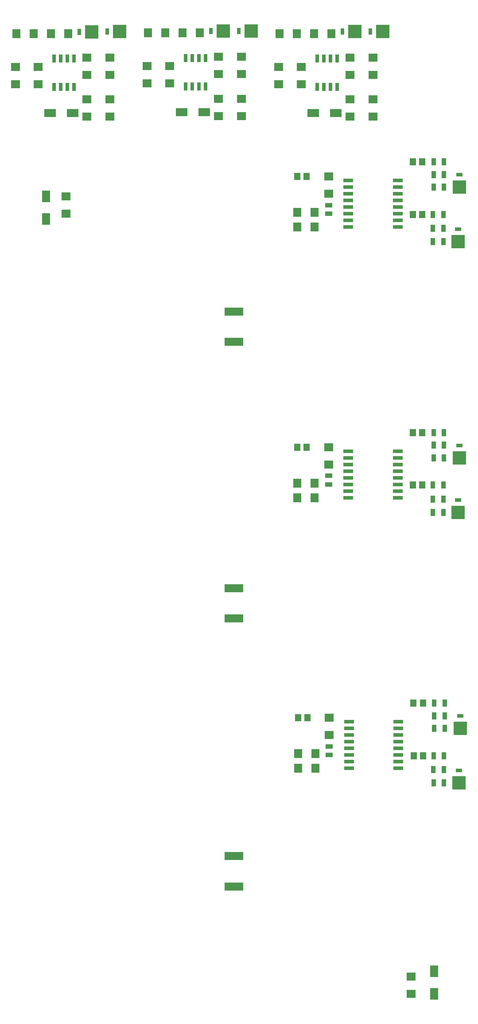
<source format=gbp>
G04*
G04 #@! TF.GenerationSoftware,Altium Limited,Altium Designer,24.4.1 (13)*
G04*
G04 Layer_Color=128*
%FSLAX25Y25*%
%MOIN*%
G70*
G04*
G04 #@! TF.SameCoordinates,4EE5E999-D737-4110-A4F5-E65D847AD794*
G04*
G04*
G04 #@! TF.FilePolarity,Positive*
G04*
G01*
G75*
%ADD16R,0.10433X0.10000*%
%ADD17R,0.03000X0.05000*%
%ADD18R,0.04528X0.05709*%
%ADD19R,0.06500X0.06000*%
%ADD20R,0.06000X0.06500*%
%ADD22R,0.08858X0.06496*%
%ADD24R,0.05787X0.03819*%
%ADD27R,0.02559X0.06004*%
%ADD112R,0.06496X0.08858*%
%ADD113R,0.03740X0.05709*%
%ADD114R,0.05000X0.03000*%
%ADD115R,0.10000X0.10433*%
%ADD116R,0.07677X0.02559*%
%ADD117R,0.13976X0.06102*%
D16*
X744254Y1361500D02*
D03*
X765116D02*
D03*
X567116D02*
D03*
X666116Y1362000D02*
D03*
X645254D02*
D03*
X546116Y1361240D02*
D03*
D17*
X734998Y1361500D02*
D03*
X755860D02*
D03*
X557860D02*
D03*
X656860Y1362000D02*
D03*
X635998D02*
D03*
X536860Y1361240D02*
D03*
D18*
X701000Y1252500D02*
D03*
X708087D02*
D03*
X795000Y1263500D02*
D03*
X787913D02*
D03*
X795043Y1224000D02*
D03*
X787957D02*
D03*
X795543Y817000D02*
D03*
X788457D02*
D03*
X701500Y845500D02*
D03*
X708587D02*
D03*
X795500Y856500D02*
D03*
X788413D02*
D03*
X795000Y1060000D02*
D03*
X787913D02*
D03*
X701000Y1049000D02*
D03*
X708087D02*
D03*
X795043Y1020500D02*
D03*
X787957D02*
D03*
D19*
X758100Y1297500D02*
D03*
Y1310500D02*
D03*
Y1329000D02*
D03*
Y1342000D02*
D03*
X740600Y1297500D02*
D03*
Y1310500D02*
D03*
X704100Y1322000D02*
D03*
Y1335000D02*
D03*
X687100Y1322000D02*
D03*
Y1335000D02*
D03*
X658900Y1342500D02*
D03*
Y1329500D02*
D03*
X641600D02*
D03*
Y1342500D02*
D03*
Y1298000D02*
D03*
Y1311000D02*
D03*
X659100Y1298000D02*
D03*
Y1311000D02*
D03*
X740600Y1329000D02*
D03*
Y1342000D02*
D03*
X588100Y1322500D02*
D03*
Y1335500D02*
D03*
X605100Y1322500D02*
D03*
Y1335500D02*
D03*
X542600Y1297500D02*
D03*
Y1310500D02*
D03*
X560100Y1297500D02*
D03*
Y1310500D02*
D03*
X506100Y1322000D02*
D03*
Y1335000D02*
D03*
X560100Y1329000D02*
D03*
Y1342000D02*
D03*
X542600Y1329000D02*
D03*
Y1342000D02*
D03*
X489100Y1322000D02*
D03*
Y1335000D02*
D03*
X786500Y638000D02*
D03*
Y651000D02*
D03*
X527000Y1237500D02*
D03*
Y1224500D02*
D03*
X724500Y1252500D02*
D03*
Y1239500D02*
D03*
X725000Y845500D02*
D03*
Y832500D02*
D03*
X724500Y1049000D02*
D03*
Y1036000D02*
D03*
D20*
X627500Y1360500D02*
D03*
X614500D02*
D03*
X601500D02*
D03*
X588500D02*
D03*
X726500Y1360000D02*
D03*
X713500D02*
D03*
X700500D02*
D03*
X687500D02*
D03*
X502500D02*
D03*
X489500D02*
D03*
X528500D02*
D03*
X515500D02*
D03*
X714000Y1225500D02*
D03*
X701000D02*
D03*
X714000Y1214500D02*
D03*
X701000D02*
D03*
X714500Y807500D02*
D03*
X701500D02*
D03*
X714500Y818500D02*
D03*
X701500D02*
D03*
X714000Y1011000D02*
D03*
X701000D02*
D03*
X714000Y1022000D02*
D03*
X701000D02*
D03*
D22*
X729965Y1300263D02*
D03*
X713035D02*
D03*
X630965Y1300763D02*
D03*
X614035D02*
D03*
X531965Y1300263D02*
D03*
X515035D02*
D03*
D24*
X724500Y1231035D02*
D03*
Y1224500D02*
D03*
X725000Y824035D02*
D03*
Y817500D02*
D03*
X724500Y1027535D02*
D03*
Y1021000D02*
D03*
D27*
X617000Y1341677D02*
D03*
X622000D02*
D03*
X627000D02*
D03*
X632000D02*
D03*
Y1320323D02*
D03*
X627000D02*
D03*
X622000D02*
D03*
X617000D02*
D03*
X716000Y1341354D02*
D03*
X721000D02*
D03*
X726000D02*
D03*
X731000D02*
D03*
Y1320000D02*
D03*
X726000D02*
D03*
X721000D02*
D03*
X716000D02*
D03*
X518000Y1341177D02*
D03*
X523000D02*
D03*
X528000D02*
D03*
X533000D02*
D03*
Y1319823D02*
D03*
X528000D02*
D03*
X523000D02*
D03*
X518000D02*
D03*
D112*
X804000Y654929D02*
D03*
Y638000D02*
D03*
X512000Y1220571D02*
D03*
Y1237500D02*
D03*
D113*
X803563Y1254000D02*
D03*
X811437D02*
D03*
X803500Y1244500D02*
D03*
X811374D02*
D03*
X802937Y1213500D02*
D03*
X810811D02*
D03*
X803000Y1203500D02*
D03*
X810874D02*
D03*
Y1224000D02*
D03*
X803000D02*
D03*
X811437Y1263500D02*
D03*
X803563D02*
D03*
X811374Y817000D02*
D03*
X803500D02*
D03*
X803437Y806500D02*
D03*
X811311D02*
D03*
X811937Y856500D02*
D03*
X804063D02*
D03*
X803500Y1041000D02*
D03*
X811374D02*
D03*
X803500Y796500D02*
D03*
X811374D02*
D03*
X804063Y847000D02*
D03*
X811937D02*
D03*
X804000Y837500D02*
D03*
X811874D02*
D03*
X803000Y1000000D02*
D03*
X810874D02*
D03*
X803563Y1050500D02*
D03*
X811437D02*
D03*
Y1060000D02*
D03*
X803563D02*
D03*
X802937Y1010000D02*
D03*
X810811D02*
D03*
X810874Y1020500D02*
D03*
X803000D02*
D03*
D114*
X823000Y1253756D02*
D03*
X822000Y1212756D02*
D03*
X823500Y846756D02*
D03*
X823000Y1050256D02*
D03*
X822500Y805756D02*
D03*
X822000Y1009256D02*
D03*
D115*
X823000Y1244500D02*
D03*
X822000Y1203500D02*
D03*
X823500Y837500D02*
D03*
X823000Y1041000D02*
D03*
X822500Y796500D02*
D03*
X822000Y1000000D02*
D03*
D116*
X776602Y1011000D02*
D03*
Y1016000D02*
D03*
Y1021000D02*
D03*
Y1026000D02*
D03*
Y1031000D02*
D03*
Y1036000D02*
D03*
Y1041000D02*
D03*
Y1046000D02*
D03*
X739398D02*
D03*
Y1041000D02*
D03*
Y1036000D02*
D03*
Y1031000D02*
D03*
Y1026000D02*
D03*
Y1021000D02*
D03*
Y1016000D02*
D03*
Y1011000D02*
D03*
X777102Y807500D02*
D03*
Y812500D02*
D03*
Y817500D02*
D03*
Y822500D02*
D03*
Y827500D02*
D03*
Y832500D02*
D03*
Y837500D02*
D03*
Y842500D02*
D03*
X739898D02*
D03*
Y837500D02*
D03*
Y832500D02*
D03*
Y827500D02*
D03*
Y822500D02*
D03*
Y817500D02*
D03*
Y812500D02*
D03*
Y807500D02*
D03*
X776602Y1214500D02*
D03*
Y1219500D02*
D03*
Y1224500D02*
D03*
Y1229500D02*
D03*
Y1234500D02*
D03*
Y1239500D02*
D03*
Y1244500D02*
D03*
Y1249500D02*
D03*
X739398D02*
D03*
Y1244500D02*
D03*
Y1239500D02*
D03*
Y1234500D02*
D03*
Y1229500D02*
D03*
Y1224500D02*
D03*
Y1219500D02*
D03*
Y1214500D02*
D03*
D117*
X653146Y1151000D02*
D03*
Y1128165D02*
D03*
Y741400D02*
D03*
Y718565D02*
D03*
Y943000D02*
D03*
Y920165D02*
D03*
M02*

</source>
